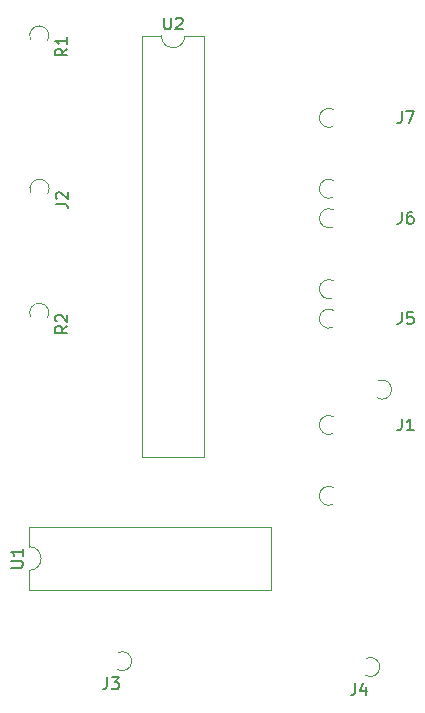
<source format=gbr>
%TF.GenerationSoftware,KiCad,Pcbnew,8.0.2*%
%TF.CreationDate,2024-05-11T22:57:43+02:00*%
%TF.ProjectId,ROBOGT,524f424f-4754-42e6-9b69-6361645f7063,rev?*%
%TF.SameCoordinates,Original*%
%TF.FileFunction,Legend,Top*%
%TF.FilePolarity,Positive*%
%FSLAX46Y46*%
G04 Gerber Fmt 4.6, Leading zero omitted, Abs format (unit mm)*
G04 Created by KiCad (PCBNEW 8.0.2) date 2024-05-11 22:57:43*
%MOMM*%
%LPD*%
G01*
G04 APERTURE LIST*
%ADD10C,0.150000*%
%ADD11C,0.120000*%
G04 APERTURE END LIST*
D10*
X267716666Y-140374819D02*
X267716666Y-141089104D01*
X267716666Y-141089104D02*
X267669047Y-141231961D01*
X267669047Y-141231961D02*
X267573809Y-141327200D01*
X267573809Y-141327200D02*
X267430952Y-141374819D01*
X267430952Y-141374819D02*
X267335714Y-141374819D01*
X268621428Y-140708152D02*
X268621428Y-141374819D01*
X268383333Y-140327200D02*
X268145238Y-141041485D01*
X268145238Y-141041485D02*
X268764285Y-141041485D01*
X246716666Y-139874819D02*
X246716666Y-140589104D01*
X246716666Y-140589104D02*
X246669047Y-140731961D01*
X246669047Y-140731961D02*
X246573809Y-140827200D01*
X246573809Y-140827200D02*
X246430952Y-140874819D01*
X246430952Y-140874819D02*
X246335714Y-140874819D01*
X247097619Y-139874819D02*
X247716666Y-139874819D01*
X247716666Y-139874819D02*
X247383333Y-140255771D01*
X247383333Y-140255771D02*
X247526190Y-140255771D01*
X247526190Y-140255771D02*
X247621428Y-140303390D01*
X247621428Y-140303390D02*
X247669047Y-140351009D01*
X247669047Y-140351009D02*
X247716666Y-140446247D01*
X247716666Y-140446247D02*
X247716666Y-140684342D01*
X247716666Y-140684342D02*
X247669047Y-140779580D01*
X247669047Y-140779580D02*
X247621428Y-140827200D01*
X247621428Y-140827200D02*
X247526190Y-140874819D01*
X247526190Y-140874819D02*
X247240476Y-140874819D01*
X247240476Y-140874819D02*
X247145238Y-140827200D01*
X247145238Y-140827200D02*
X247097619Y-140779580D01*
X243349819Y-86641666D02*
X242873628Y-86974999D01*
X243349819Y-87213094D02*
X242349819Y-87213094D01*
X242349819Y-87213094D02*
X242349819Y-86832142D01*
X242349819Y-86832142D02*
X242397438Y-86736904D01*
X242397438Y-86736904D02*
X242445057Y-86689285D01*
X242445057Y-86689285D02*
X242540295Y-86641666D01*
X242540295Y-86641666D02*
X242683152Y-86641666D01*
X242683152Y-86641666D02*
X242778390Y-86689285D01*
X242778390Y-86689285D02*
X242826009Y-86736904D01*
X242826009Y-86736904D02*
X242873628Y-86832142D01*
X242873628Y-86832142D02*
X242873628Y-87213094D01*
X243349819Y-85689285D02*
X243349819Y-86260713D01*
X243349819Y-85974999D02*
X242349819Y-85974999D01*
X242349819Y-85974999D02*
X242492676Y-86070237D01*
X242492676Y-86070237D02*
X242587914Y-86165475D01*
X242587914Y-86165475D02*
X242635533Y-86260713D01*
X271666666Y-100454819D02*
X271666666Y-101169104D01*
X271666666Y-101169104D02*
X271619047Y-101311961D01*
X271619047Y-101311961D02*
X271523809Y-101407200D01*
X271523809Y-101407200D02*
X271380952Y-101454819D01*
X271380952Y-101454819D02*
X271285714Y-101454819D01*
X272571428Y-100454819D02*
X272380952Y-100454819D01*
X272380952Y-100454819D02*
X272285714Y-100502438D01*
X272285714Y-100502438D02*
X272238095Y-100550057D01*
X272238095Y-100550057D02*
X272142857Y-100692914D01*
X272142857Y-100692914D02*
X272095238Y-100883390D01*
X272095238Y-100883390D02*
X272095238Y-101264342D01*
X272095238Y-101264342D02*
X272142857Y-101359580D01*
X272142857Y-101359580D02*
X272190476Y-101407200D01*
X272190476Y-101407200D02*
X272285714Y-101454819D01*
X272285714Y-101454819D02*
X272476190Y-101454819D01*
X272476190Y-101454819D02*
X272571428Y-101407200D01*
X272571428Y-101407200D02*
X272619047Y-101359580D01*
X272619047Y-101359580D02*
X272666666Y-101264342D01*
X272666666Y-101264342D02*
X272666666Y-101026247D01*
X272666666Y-101026247D02*
X272619047Y-100931009D01*
X272619047Y-100931009D02*
X272571428Y-100883390D01*
X272571428Y-100883390D02*
X272476190Y-100835771D01*
X272476190Y-100835771D02*
X272285714Y-100835771D01*
X272285714Y-100835771D02*
X272190476Y-100883390D01*
X272190476Y-100883390D02*
X272142857Y-100931009D01*
X272142857Y-100931009D02*
X272095238Y-101026247D01*
X243349819Y-110116666D02*
X242873628Y-110449999D01*
X243349819Y-110688094D02*
X242349819Y-110688094D01*
X242349819Y-110688094D02*
X242349819Y-110307142D01*
X242349819Y-110307142D02*
X242397438Y-110211904D01*
X242397438Y-110211904D02*
X242445057Y-110164285D01*
X242445057Y-110164285D02*
X242540295Y-110116666D01*
X242540295Y-110116666D02*
X242683152Y-110116666D01*
X242683152Y-110116666D02*
X242778390Y-110164285D01*
X242778390Y-110164285D02*
X242826009Y-110211904D01*
X242826009Y-110211904D02*
X242873628Y-110307142D01*
X242873628Y-110307142D02*
X242873628Y-110688094D01*
X242445057Y-109735713D02*
X242397438Y-109688094D01*
X242397438Y-109688094D02*
X242349819Y-109592856D01*
X242349819Y-109592856D02*
X242349819Y-109354761D01*
X242349819Y-109354761D02*
X242397438Y-109259523D01*
X242397438Y-109259523D02*
X242445057Y-109211904D01*
X242445057Y-109211904D02*
X242540295Y-109164285D01*
X242540295Y-109164285D02*
X242635533Y-109164285D01*
X242635533Y-109164285D02*
X242778390Y-109211904D01*
X242778390Y-109211904D02*
X243349819Y-109783332D01*
X243349819Y-109783332D02*
X243349819Y-109164285D01*
X271666666Y-91954819D02*
X271666666Y-92669104D01*
X271666666Y-92669104D02*
X271619047Y-92811961D01*
X271619047Y-92811961D02*
X271523809Y-92907200D01*
X271523809Y-92907200D02*
X271380952Y-92954819D01*
X271380952Y-92954819D02*
X271285714Y-92954819D01*
X272047619Y-91954819D02*
X272714285Y-91954819D01*
X272714285Y-91954819D02*
X272285714Y-92954819D01*
X238584819Y-130571904D02*
X239394342Y-130571904D01*
X239394342Y-130571904D02*
X239489580Y-130524285D01*
X239489580Y-130524285D02*
X239537200Y-130476666D01*
X239537200Y-130476666D02*
X239584819Y-130381428D01*
X239584819Y-130381428D02*
X239584819Y-130190952D01*
X239584819Y-130190952D02*
X239537200Y-130095714D01*
X239537200Y-130095714D02*
X239489580Y-130048095D01*
X239489580Y-130048095D02*
X239394342Y-130000476D01*
X239394342Y-130000476D02*
X238584819Y-130000476D01*
X239584819Y-129000476D02*
X239584819Y-129571904D01*
X239584819Y-129286190D02*
X238584819Y-129286190D01*
X238584819Y-129286190D02*
X238727676Y-129381428D01*
X238727676Y-129381428D02*
X238822914Y-129476666D01*
X238822914Y-129476666D02*
X238870533Y-129571904D01*
X271666666Y-117954819D02*
X271666666Y-118669104D01*
X271666666Y-118669104D02*
X271619047Y-118811961D01*
X271619047Y-118811961D02*
X271523809Y-118907200D01*
X271523809Y-118907200D02*
X271380952Y-118954819D01*
X271380952Y-118954819D02*
X271285714Y-118954819D01*
X272666666Y-118954819D02*
X272095238Y-118954819D01*
X272380952Y-118954819D02*
X272380952Y-117954819D01*
X272380952Y-117954819D02*
X272285714Y-118097676D01*
X272285714Y-118097676D02*
X272190476Y-118192914D01*
X272190476Y-118192914D02*
X272095238Y-118240533D01*
X251548095Y-84004819D02*
X251548095Y-84814342D01*
X251548095Y-84814342D02*
X251595714Y-84909580D01*
X251595714Y-84909580D02*
X251643333Y-84957200D01*
X251643333Y-84957200D02*
X251738571Y-85004819D01*
X251738571Y-85004819D02*
X251929047Y-85004819D01*
X251929047Y-85004819D02*
X252024285Y-84957200D01*
X252024285Y-84957200D02*
X252071904Y-84909580D01*
X252071904Y-84909580D02*
X252119523Y-84814342D01*
X252119523Y-84814342D02*
X252119523Y-84004819D01*
X252548095Y-84100057D02*
X252595714Y-84052438D01*
X252595714Y-84052438D02*
X252690952Y-84004819D01*
X252690952Y-84004819D02*
X252929047Y-84004819D01*
X252929047Y-84004819D02*
X253024285Y-84052438D01*
X253024285Y-84052438D02*
X253071904Y-84100057D01*
X253071904Y-84100057D02*
X253119523Y-84195295D01*
X253119523Y-84195295D02*
X253119523Y-84290533D01*
X253119523Y-84290533D02*
X253071904Y-84433390D01*
X253071904Y-84433390D02*
X252500476Y-85004819D01*
X252500476Y-85004819D02*
X253119523Y-85004819D01*
X271666666Y-108954819D02*
X271666666Y-109669104D01*
X271666666Y-109669104D02*
X271619047Y-109811961D01*
X271619047Y-109811961D02*
X271523809Y-109907200D01*
X271523809Y-109907200D02*
X271380952Y-109954819D01*
X271380952Y-109954819D02*
X271285714Y-109954819D01*
X272619047Y-108954819D02*
X272142857Y-108954819D01*
X272142857Y-108954819D02*
X272095238Y-109431009D01*
X272095238Y-109431009D02*
X272142857Y-109383390D01*
X272142857Y-109383390D02*
X272238095Y-109335771D01*
X272238095Y-109335771D02*
X272476190Y-109335771D01*
X272476190Y-109335771D02*
X272571428Y-109383390D01*
X272571428Y-109383390D02*
X272619047Y-109431009D01*
X272619047Y-109431009D02*
X272666666Y-109526247D01*
X272666666Y-109526247D02*
X272666666Y-109764342D01*
X272666666Y-109764342D02*
X272619047Y-109859580D01*
X272619047Y-109859580D02*
X272571428Y-109907200D01*
X272571428Y-109907200D02*
X272476190Y-109954819D01*
X272476190Y-109954819D02*
X272238095Y-109954819D01*
X272238095Y-109954819D02*
X272142857Y-109907200D01*
X272142857Y-109907200D02*
X272095238Y-109859580D01*
X242374819Y-99783333D02*
X243089104Y-99783333D01*
X243089104Y-99783333D02*
X243231961Y-99830952D01*
X243231961Y-99830952D02*
X243327200Y-99926190D01*
X243327200Y-99926190D02*
X243374819Y-100069047D01*
X243374819Y-100069047D02*
X243374819Y-100164285D01*
X242470057Y-99354761D02*
X242422438Y-99307142D01*
X242422438Y-99307142D02*
X242374819Y-99211904D01*
X242374819Y-99211904D02*
X242374819Y-98973809D01*
X242374819Y-98973809D02*
X242422438Y-98878571D01*
X242422438Y-98878571D02*
X242470057Y-98830952D01*
X242470057Y-98830952D02*
X242565295Y-98783333D01*
X242565295Y-98783333D02*
X242660533Y-98783333D01*
X242660533Y-98783333D02*
X242803390Y-98830952D01*
X242803390Y-98830952D02*
X243374819Y-99402380D01*
X243374819Y-99402380D02*
X243374819Y-98783333D01*
D11*
%TO.C,J7*%
X265820095Y-125249359D02*
G75*
G02*
X265917133Y-123800000I-320095J749359D01*
G01*
X269679905Y-114750641D02*
G75*
G02*
X269582867Y-116200000I320095J-749359D01*
G01*
%TO.C,J4*%
X268679905Y-138250641D02*
G75*
G02*
X268582867Y-139700000I320095J-749359D01*
G01*
%TO.C,J3*%
X247679905Y-137750641D02*
G75*
G02*
X247582867Y-139200000I320095J-749359D01*
G01*
%TO.C,J7*%
X265820095Y-107749359D02*
G75*
G02*
X265917133Y-106300000I-320095J749359D01*
G01*
X265820095Y-99249359D02*
G75*
G02*
X265917133Y-97800000I-320095J749359D01*
G01*
%TO.C,R1*%
X240225641Y-85845095D02*
G75*
G02*
X241675000Y-85942133I749359J320095D01*
G01*
%TO.C,J6*%
X265820095Y-101749359D02*
G75*
G02*
X265917133Y-100300000I-320095J749359D01*
G01*
%TO.C,R2*%
X240225641Y-109320095D02*
G75*
G02*
X241675000Y-109417133I749359J320095D01*
G01*
%TO.C,J7*%
X265820095Y-93249359D02*
G75*
G02*
X265917133Y-91800000I-320095J749359D01*
G01*
%TO.C,U1*%
X240130000Y-127160000D02*
X240130000Y-128810000D01*
X240130000Y-130810000D02*
X240130000Y-132460000D01*
X240130000Y-132460000D02*
X260570000Y-132460000D01*
X260570000Y-127160000D02*
X240130000Y-127160000D01*
X260570000Y-132460000D02*
X260570000Y-127160000D01*
X240130000Y-128810000D02*
G75*
G02*
X240130000Y-130810000I0J-1000000D01*
G01*
%TO.C,J1*%
X265820095Y-119249359D02*
G75*
G02*
X265917133Y-117800000I-320095J749359D01*
G01*
%TO.C,U2*%
X249660000Y-85550000D02*
X249660000Y-121230000D01*
X249660000Y-121230000D02*
X254960000Y-121230000D01*
X251310000Y-85550000D02*
X249660000Y-85550000D01*
X254960000Y-85550000D02*
X253310000Y-85550000D01*
X254960000Y-121230000D02*
X254960000Y-85550000D01*
X253310000Y-85550000D02*
G75*
G02*
X251310000Y-85550000I-1000000J0D01*
G01*
%TO.C,J5*%
X265820095Y-110249359D02*
G75*
G02*
X265917133Y-108800000I-320095J749359D01*
G01*
%TO.C,J2*%
X240250641Y-98820095D02*
G75*
G02*
X241700000Y-98917133I749359J320095D01*
G01*
%TD*%
M02*

</source>
